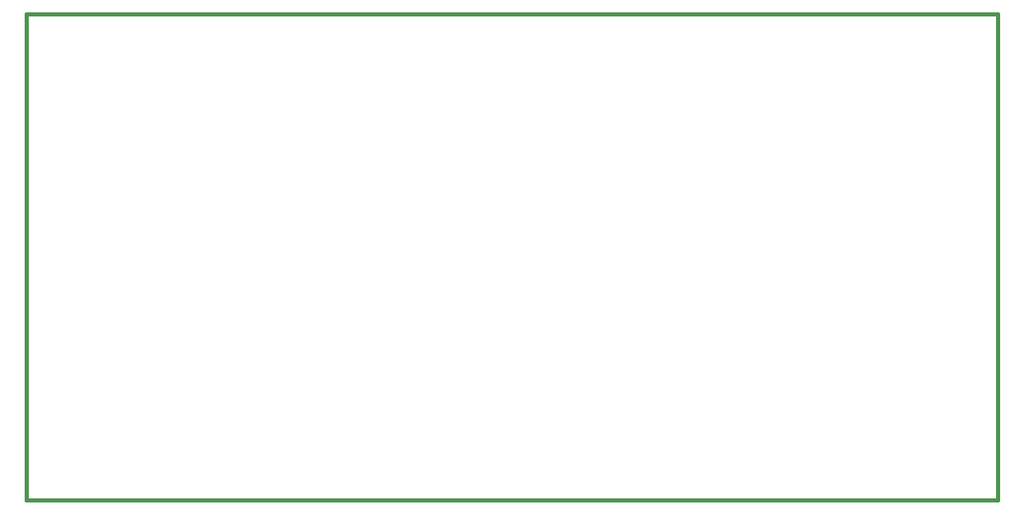
<source format=gbo>
G75*
%MOIN*%
%OFA0B0*%
%FSLAX25Y25*%
%IPPOS*%
%LPD*%
%AMOC8*
5,1,8,0,0,1.08239X$1,22.5*
%
%ADD10C,0.01600*%
D10*
X0001800Y0010127D02*
X0395501Y0010127D01*
X0395501Y0206977D01*
X0001800Y0206977D01*
X0001800Y0010127D01*
M02*

</source>
